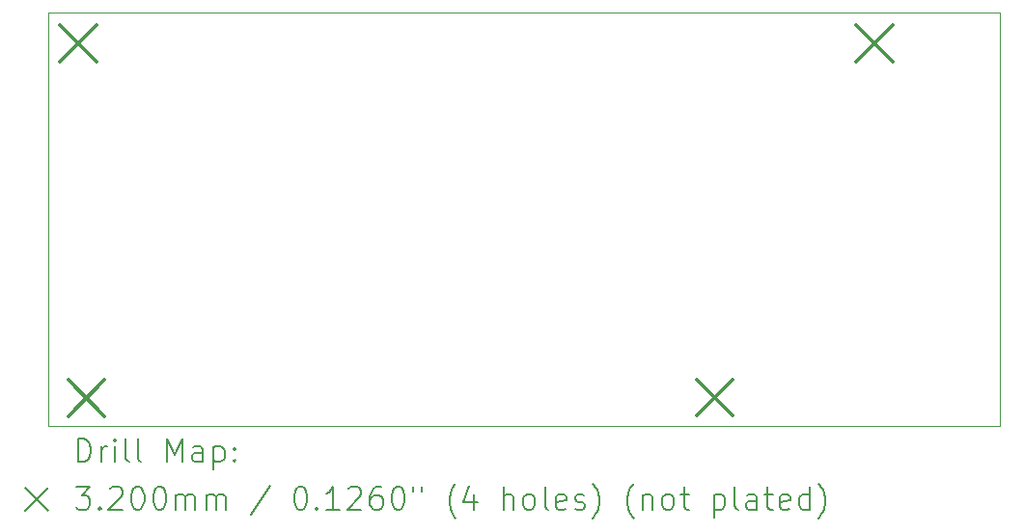
<source format=gbr>
%TF.GenerationSoftware,KiCad,Pcbnew,8.0.4*%
%TF.CreationDate,2025-06-08T15:43:56+10:00*%
%TF.ProjectId,USBPowerBlock,55534250-6f77-4657-9242-6c6f636b2e6b,rev?*%
%TF.SameCoordinates,Original*%
%TF.FileFunction,Drillmap*%
%TF.FilePolarity,Positive*%
%FSLAX45Y45*%
G04 Gerber Fmt 4.5, Leading zero omitted, Abs format (unit mm)*
G04 Created by KiCad (PCBNEW 8.0.4) date 2025-06-08 15:43:56*
%MOMM*%
%LPD*%
G01*
G04 APERTURE LIST*
%ADD10C,0.050000*%
%ADD11C,0.200000*%
%ADD12C,0.320000*%
G04 APERTURE END LIST*
D10*
X10058000Y-6362000D02*
X18403000Y-6362000D01*
X18403000Y-9994000D01*
X10058000Y-9994000D01*
X10058000Y-6362000D01*
D11*
D12*
X10159000Y-6474000D02*
X10479000Y-6794000D01*
X10479000Y-6474000D02*
X10159000Y-6794000D01*
X10229000Y-9588000D02*
X10549000Y-9908000D01*
X10549000Y-9588000D02*
X10229000Y-9908000D01*
X15741000Y-9584000D02*
X16061000Y-9904000D01*
X16061000Y-9584000D02*
X15741000Y-9904000D01*
X17142000Y-6473000D02*
X17462000Y-6793000D01*
X17462000Y-6473000D02*
X17142000Y-6793000D01*
D11*
X10316277Y-10307984D02*
X10316277Y-10107984D01*
X10316277Y-10107984D02*
X10363896Y-10107984D01*
X10363896Y-10107984D02*
X10392467Y-10117508D01*
X10392467Y-10117508D02*
X10411515Y-10136555D01*
X10411515Y-10136555D02*
X10421039Y-10155603D01*
X10421039Y-10155603D02*
X10430563Y-10193698D01*
X10430563Y-10193698D02*
X10430563Y-10222270D01*
X10430563Y-10222270D02*
X10421039Y-10260365D01*
X10421039Y-10260365D02*
X10411515Y-10279412D01*
X10411515Y-10279412D02*
X10392467Y-10298460D01*
X10392467Y-10298460D02*
X10363896Y-10307984D01*
X10363896Y-10307984D02*
X10316277Y-10307984D01*
X10516277Y-10307984D02*
X10516277Y-10174650D01*
X10516277Y-10212746D02*
X10525801Y-10193698D01*
X10525801Y-10193698D02*
X10535324Y-10184174D01*
X10535324Y-10184174D02*
X10554372Y-10174650D01*
X10554372Y-10174650D02*
X10573420Y-10174650D01*
X10640086Y-10307984D02*
X10640086Y-10174650D01*
X10640086Y-10107984D02*
X10630563Y-10117508D01*
X10630563Y-10117508D02*
X10640086Y-10127031D01*
X10640086Y-10127031D02*
X10649610Y-10117508D01*
X10649610Y-10117508D02*
X10640086Y-10107984D01*
X10640086Y-10107984D02*
X10640086Y-10127031D01*
X10763896Y-10307984D02*
X10744848Y-10298460D01*
X10744848Y-10298460D02*
X10735324Y-10279412D01*
X10735324Y-10279412D02*
X10735324Y-10107984D01*
X10868658Y-10307984D02*
X10849610Y-10298460D01*
X10849610Y-10298460D02*
X10840086Y-10279412D01*
X10840086Y-10279412D02*
X10840086Y-10107984D01*
X11097229Y-10307984D02*
X11097229Y-10107984D01*
X11097229Y-10107984D02*
X11163896Y-10250841D01*
X11163896Y-10250841D02*
X11230562Y-10107984D01*
X11230562Y-10107984D02*
X11230562Y-10307984D01*
X11411515Y-10307984D02*
X11411515Y-10203222D01*
X11411515Y-10203222D02*
X11401991Y-10184174D01*
X11401991Y-10184174D02*
X11382943Y-10174650D01*
X11382943Y-10174650D02*
X11344848Y-10174650D01*
X11344848Y-10174650D02*
X11325801Y-10184174D01*
X11411515Y-10298460D02*
X11392467Y-10307984D01*
X11392467Y-10307984D02*
X11344848Y-10307984D01*
X11344848Y-10307984D02*
X11325801Y-10298460D01*
X11325801Y-10298460D02*
X11316277Y-10279412D01*
X11316277Y-10279412D02*
X11316277Y-10260365D01*
X11316277Y-10260365D02*
X11325801Y-10241317D01*
X11325801Y-10241317D02*
X11344848Y-10231793D01*
X11344848Y-10231793D02*
X11392467Y-10231793D01*
X11392467Y-10231793D02*
X11411515Y-10222270D01*
X11506753Y-10174650D02*
X11506753Y-10374650D01*
X11506753Y-10184174D02*
X11525801Y-10174650D01*
X11525801Y-10174650D02*
X11563896Y-10174650D01*
X11563896Y-10174650D02*
X11582943Y-10184174D01*
X11582943Y-10184174D02*
X11592467Y-10193698D01*
X11592467Y-10193698D02*
X11601991Y-10212746D01*
X11601991Y-10212746D02*
X11601991Y-10269889D01*
X11601991Y-10269889D02*
X11592467Y-10288936D01*
X11592467Y-10288936D02*
X11582943Y-10298460D01*
X11582943Y-10298460D02*
X11563896Y-10307984D01*
X11563896Y-10307984D02*
X11525801Y-10307984D01*
X11525801Y-10307984D02*
X11506753Y-10298460D01*
X11687705Y-10288936D02*
X11697229Y-10298460D01*
X11697229Y-10298460D02*
X11687705Y-10307984D01*
X11687705Y-10307984D02*
X11678182Y-10298460D01*
X11678182Y-10298460D02*
X11687705Y-10288936D01*
X11687705Y-10288936D02*
X11687705Y-10307984D01*
X11687705Y-10184174D02*
X11697229Y-10193698D01*
X11697229Y-10193698D02*
X11687705Y-10203222D01*
X11687705Y-10203222D02*
X11678182Y-10193698D01*
X11678182Y-10193698D02*
X11687705Y-10184174D01*
X11687705Y-10184174D02*
X11687705Y-10203222D01*
X9855500Y-10536500D02*
X10055500Y-10736500D01*
X10055500Y-10536500D02*
X9855500Y-10736500D01*
X10297229Y-10527984D02*
X10421039Y-10527984D01*
X10421039Y-10527984D02*
X10354372Y-10604174D01*
X10354372Y-10604174D02*
X10382944Y-10604174D01*
X10382944Y-10604174D02*
X10401991Y-10613698D01*
X10401991Y-10613698D02*
X10411515Y-10623222D01*
X10411515Y-10623222D02*
X10421039Y-10642270D01*
X10421039Y-10642270D02*
X10421039Y-10689889D01*
X10421039Y-10689889D02*
X10411515Y-10708936D01*
X10411515Y-10708936D02*
X10401991Y-10718460D01*
X10401991Y-10718460D02*
X10382944Y-10727984D01*
X10382944Y-10727984D02*
X10325801Y-10727984D01*
X10325801Y-10727984D02*
X10306753Y-10718460D01*
X10306753Y-10718460D02*
X10297229Y-10708936D01*
X10506753Y-10708936D02*
X10516277Y-10718460D01*
X10516277Y-10718460D02*
X10506753Y-10727984D01*
X10506753Y-10727984D02*
X10497229Y-10718460D01*
X10497229Y-10718460D02*
X10506753Y-10708936D01*
X10506753Y-10708936D02*
X10506753Y-10727984D01*
X10592467Y-10547031D02*
X10601991Y-10537508D01*
X10601991Y-10537508D02*
X10621039Y-10527984D01*
X10621039Y-10527984D02*
X10668658Y-10527984D01*
X10668658Y-10527984D02*
X10687705Y-10537508D01*
X10687705Y-10537508D02*
X10697229Y-10547031D01*
X10697229Y-10547031D02*
X10706753Y-10566079D01*
X10706753Y-10566079D02*
X10706753Y-10585127D01*
X10706753Y-10585127D02*
X10697229Y-10613698D01*
X10697229Y-10613698D02*
X10582944Y-10727984D01*
X10582944Y-10727984D02*
X10706753Y-10727984D01*
X10830563Y-10527984D02*
X10849610Y-10527984D01*
X10849610Y-10527984D02*
X10868658Y-10537508D01*
X10868658Y-10537508D02*
X10878182Y-10547031D01*
X10878182Y-10547031D02*
X10887705Y-10566079D01*
X10887705Y-10566079D02*
X10897229Y-10604174D01*
X10897229Y-10604174D02*
X10897229Y-10651793D01*
X10897229Y-10651793D02*
X10887705Y-10689889D01*
X10887705Y-10689889D02*
X10878182Y-10708936D01*
X10878182Y-10708936D02*
X10868658Y-10718460D01*
X10868658Y-10718460D02*
X10849610Y-10727984D01*
X10849610Y-10727984D02*
X10830563Y-10727984D01*
X10830563Y-10727984D02*
X10811515Y-10718460D01*
X10811515Y-10718460D02*
X10801991Y-10708936D01*
X10801991Y-10708936D02*
X10792467Y-10689889D01*
X10792467Y-10689889D02*
X10782944Y-10651793D01*
X10782944Y-10651793D02*
X10782944Y-10604174D01*
X10782944Y-10604174D02*
X10792467Y-10566079D01*
X10792467Y-10566079D02*
X10801991Y-10547031D01*
X10801991Y-10547031D02*
X10811515Y-10537508D01*
X10811515Y-10537508D02*
X10830563Y-10527984D01*
X11021039Y-10527984D02*
X11040086Y-10527984D01*
X11040086Y-10527984D02*
X11059134Y-10537508D01*
X11059134Y-10537508D02*
X11068658Y-10547031D01*
X11068658Y-10547031D02*
X11078182Y-10566079D01*
X11078182Y-10566079D02*
X11087705Y-10604174D01*
X11087705Y-10604174D02*
X11087705Y-10651793D01*
X11087705Y-10651793D02*
X11078182Y-10689889D01*
X11078182Y-10689889D02*
X11068658Y-10708936D01*
X11068658Y-10708936D02*
X11059134Y-10718460D01*
X11059134Y-10718460D02*
X11040086Y-10727984D01*
X11040086Y-10727984D02*
X11021039Y-10727984D01*
X11021039Y-10727984D02*
X11001991Y-10718460D01*
X11001991Y-10718460D02*
X10992467Y-10708936D01*
X10992467Y-10708936D02*
X10982944Y-10689889D01*
X10982944Y-10689889D02*
X10973420Y-10651793D01*
X10973420Y-10651793D02*
X10973420Y-10604174D01*
X10973420Y-10604174D02*
X10982944Y-10566079D01*
X10982944Y-10566079D02*
X10992467Y-10547031D01*
X10992467Y-10547031D02*
X11001991Y-10537508D01*
X11001991Y-10537508D02*
X11021039Y-10527984D01*
X11173420Y-10727984D02*
X11173420Y-10594650D01*
X11173420Y-10613698D02*
X11182944Y-10604174D01*
X11182944Y-10604174D02*
X11201991Y-10594650D01*
X11201991Y-10594650D02*
X11230563Y-10594650D01*
X11230563Y-10594650D02*
X11249610Y-10604174D01*
X11249610Y-10604174D02*
X11259134Y-10623222D01*
X11259134Y-10623222D02*
X11259134Y-10727984D01*
X11259134Y-10623222D02*
X11268658Y-10604174D01*
X11268658Y-10604174D02*
X11287705Y-10594650D01*
X11287705Y-10594650D02*
X11316277Y-10594650D01*
X11316277Y-10594650D02*
X11335324Y-10604174D01*
X11335324Y-10604174D02*
X11344848Y-10623222D01*
X11344848Y-10623222D02*
X11344848Y-10727984D01*
X11440086Y-10727984D02*
X11440086Y-10594650D01*
X11440086Y-10613698D02*
X11449610Y-10604174D01*
X11449610Y-10604174D02*
X11468658Y-10594650D01*
X11468658Y-10594650D02*
X11497229Y-10594650D01*
X11497229Y-10594650D02*
X11516277Y-10604174D01*
X11516277Y-10604174D02*
X11525801Y-10623222D01*
X11525801Y-10623222D02*
X11525801Y-10727984D01*
X11525801Y-10623222D02*
X11535324Y-10604174D01*
X11535324Y-10604174D02*
X11554372Y-10594650D01*
X11554372Y-10594650D02*
X11582943Y-10594650D01*
X11582943Y-10594650D02*
X11601991Y-10604174D01*
X11601991Y-10604174D02*
X11611515Y-10623222D01*
X11611515Y-10623222D02*
X11611515Y-10727984D01*
X12001991Y-10518460D02*
X11830563Y-10775603D01*
X12259134Y-10527984D02*
X12278182Y-10527984D01*
X12278182Y-10527984D02*
X12297229Y-10537508D01*
X12297229Y-10537508D02*
X12306753Y-10547031D01*
X12306753Y-10547031D02*
X12316277Y-10566079D01*
X12316277Y-10566079D02*
X12325801Y-10604174D01*
X12325801Y-10604174D02*
X12325801Y-10651793D01*
X12325801Y-10651793D02*
X12316277Y-10689889D01*
X12316277Y-10689889D02*
X12306753Y-10708936D01*
X12306753Y-10708936D02*
X12297229Y-10718460D01*
X12297229Y-10718460D02*
X12278182Y-10727984D01*
X12278182Y-10727984D02*
X12259134Y-10727984D01*
X12259134Y-10727984D02*
X12240086Y-10718460D01*
X12240086Y-10718460D02*
X12230563Y-10708936D01*
X12230563Y-10708936D02*
X12221039Y-10689889D01*
X12221039Y-10689889D02*
X12211515Y-10651793D01*
X12211515Y-10651793D02*
X12211515Y-10604174D01*
X12211515Y-10604174D02*
X12221039Y-10566079D01*
X12221039Y-10566079D02*
X12230563Y-10547031D01*
X12230563Y-10547031D02*
X12240086Y-10537508D01*
X12240086Y-10537508D02*
X12259134Y-10527984D01*
X12411515Y-10708936D02*
X12421039Y-10718460D01*
X12421039Y-10718460D02*
X12411515Y-10727984D01*
X12411515Y-10727984D02*
X12401991Y-10718460D01*
X12401991Y-10718460D02*
X12411515Y-10708936D01*
X12411515Y-10708936D02*
X12411515Y-10727984D01*
X12611515Y-10727984D02*
X12497229Y-10727984D01*
X12554372Y-10727984D02*
X12554372Y-10527984D01*
X12554372Y-10527984D02*
X12535325Y-10556555D01*
X12535325Y-10556555D02*
X12516277Y-10575603D01*
X12516277Y-10575603D02*
X12497229Y-10585127D01*
X12687706Y-10547031D02*
X12697229Y-10537508D01*
X12697229Y-10537508D02*
X12716277Y-10527984D01*
X12716277Y-10527984D02*
X12763896Y-10527984D01*
X12763896Y-10527984D02*
X12782944Y-10537508D01*
X12782944Y-10537508D02*
X12792467Y-10547031D01*
X12792467Y-10547031D02*
X12801991Y-10566079D01*
X12801991Y-10566079D02*
X12801991Y-10585127D01*
X12801991Y-10585127D02*
X12792467Y-10613698D01*
X12792467Y-10613698D02*
X12678182Y-10727984D01*
X12678182Y-10727984D02*
X12801991Y-10727984D01*
X12973420Y-10527984D02*
X12935325Y-10527984D01*
X12935325Y-10527984D02*
X12916277Y-10537508D01*
X12916277Y-10537508D02*
X12906753Y-10547031D01*
X12906753Y-10547031D02*
X12887706Y-10575603D01*
X12887706Y-10575603D02*
X12878182Y-10613698D01*
X12878182Y-10613698D02*
X12878182Y-10689889D01*
X12878182Y-10689889D02*
X12887706Y-10708936D01*
X12887706Y-10708936D02*
X12897229Y-10718460D01*
X12897229Y-10718460D02*
X12916277Y-10727984D01*
X12916277Y-10727984D02*
X12954372Y-10727984D01*
X12954372Y-10727984D02*
X12973420Y-10718460D01*
X12973420Y-10718460D02*
X12982944Y-10708936D01*
X12982944Y-10708936D02*
X12992467Y-10689889D01*
X12992467Y-10689889D02*
X12992467Y-10642270D01*
X12992467Y-10642270D02*
X12982944Y-10623222D01*
X12982944Y-10623222D02*
X12973420Y-10613698D01*
X12973420Y-10613698D02*
X12954372Y-10604174D01*
X12954372Y-10604174D02*
X12916277Y-10604174D01*
X12916277Y-10604174D02*
X12897229Y-10613698D01*
X12897229Y-10613698D02*
X12887706Y-10623222D01*
X12887706Y-10623222D02*
X12878182Y-10642270D01*
X13116277Y-10527984D02*
X13135325Y-10527984D01*
X13135325Y-10527984D02*
X13154372Y-10537508D01*
X13154372Y-10537508D02*
X13163896Y-10547031D01*
X13163896Y-10547031D02*
X13173420Y-10566079D01*
X13173420Y-10566079D02*
X13182944Y-10604174D01*
X13182944Y-10604174D02*
X13182944Y-10651793D01*
X13182944Y-10651793D02*
X13173420Y-10689889D01*
X13173420Y-10689889D02*
X13163896Y-10708936D01*
X13163896Y-10708936D02*
X13154372Y-10718460D01*
X13154372Y-10718460D02*
X13135325Y-10727984D01*
X13135325Y-10727984D02*
X13116277Y-10727984D01*
X13116277Y-10727984D02*
X13097229Y-10718460D01*
X13097229Y-10718460D02*
X13087706Y-10708936D01*
X13087706Y-10708936D02*
X13078182Y-10689889D01*
X13078182Y-10689889D02*
X13068658Y-10651793D01*
X13068658Y-10651793D02*
X13068658Y-10604174D01*
X13068658Y-10604174D02*
X13078182Y-10566079D01*
X13078182Y-10566079D02*
X13087706Y-10547031D01*
X13087706Y-10547031D02*
X13097229Y-10537508D01*
X13097229Y-10537508D02*
X13116277Y-10527984D01*
X13259134Y-10527984D02*
X13259134Y-10566079D01*
X13335325Y-10527984D02*
X13335325Y-10566079D01*
X13630563Y-10804174D02*
X13621039Y-10794650D01*
X13621039Y-10794650D02*
X13601991Y-10766079D01*
X13601991Y-10766079D02*
X13592468Y-10747031D01*
X13592468Y-10747031D02*
X13582944Y-10718460D01*
X13582944Y-10718460D02*
X13573420Y-10670841D01*
X13573420Y-10670841D02*
X13573420Y-10632746D01*
X13573420Y-10632746D02*
X13582944Y-10585127D01*
X13582944Y-10585127D02*
X13592468Y-10556555D01*
X13592468Y-10556555D02*
X13601991Y-10537508D01*
X13601991Y-10537508D02*
X13621039Y-10508936D01*
X13621039Y-10508936D02*
X13630563Y-10499412D01*
X13792468Y-10594650D02*
X13792468Y-10727984D01*
X13744848Y-10518460D02*
X13697229Y-10661317D01*
X13697229Y-10661317D02*
X13821039Y-10661317D01*
X14049610Y-10727984D02*
X14049610Y-10527984D01*
X14135325Y-10727984D02*
X14135325Y-10623222D01*
X14135325Y-10623222D02*
X14125801Y-10604174D01*
X14125801Y-10604174D02*
X14106753Y-10594650D01*
X14106753Y-10594650D02*
X14078182Y-10594650D01*
X14078182Y-10594650D02*
X14059134Y-10604174D01*
X14059134Y-10604174D02*
X14049610Y-10613698D01*
X14259134Y-10727984D02*
X14240087Y-10718460D01*
X14240087Y-10718460D02*
X14230563Y-10708936D01*
X14230563Y-10708936D02*
X14221039Y-10689889D01*
X14221039Y-10689889D02*
X14221039Y-10632746D01*
X14221039Y-10632746D02*
X14230563Y-10613698D01*
X14230563Y-10613698D02*
X14240087Y-10604174D01*
X14240087Y-10604174D02*
X14259134Y-10594650D01*
X14259134Y-10594650D02*
X14287706Y-10594650D01*
X14287706Y-10594650D02*
X14306753Y-10604174D01*
X14306753Y-10604174D02*
X14316277Y-10613698D01*
X14316277Y-10613698D02*
X14325801Y-10632746D01*
X14325801Y-10632746D02*
X14325801Y-10689889D01*
X14325801Y-10689889D02*
X14316277Y-10708936D01*
X14316277Y-10708936D02*
X14306753Y-10718460D01*
X14306753Y-10718460D02*
X14287706Y-10727984D01*
X14287706Y-10727984D02*
X14259134Y-10727984D01*
X14440087Y-10727984D02*
X14421039Y-10718460D01*
X14421039Y-10718460D02*
X14411515Y-10699412D01*
X14411515Y-10699412D02*
X14411515Y-10527984D01*
X14592468Y-10718460D02*
X14573420Y-10727984D01*
X14573420Y-10727984D02*
X14535325Y-10727984D01*
X14535325Y-10727984D02*
X14516277Y-10718460D01*
X14516277Y-10718460D02*
X14506753Y-10699412D01*
X14506753Y-10699412D02*
X14506753Y-10623222D01*
X14506753Y-10623222D02*
X14516277Y-10604174D01*
X14516277Y-10604174D02*
X14535325Y-10594650D01*
X14535325Y-10594650D02*
X14573420Y-10594650D01*
X14573420Y-10594650D02*
X14592468Y-10604174D01*
X14592468Y-10604174D02*
X14601991Y-10623222D01*
X14601991Y-10623222D02*
X14601991Y-10642270D01*
X14601991Y-10642270D02*
X14506753Y-10661317D01*
X14678182Y-10718460D02*
X14697230Y-10727984D01*
X14697230Y-10727984D02*
X14735325Y-10727984D01*
X14735325Y-10727984D02*
X14754372Y-10718460D01*
X14754372Y-10718460D02*
X14763896Y-10699412D01*
X14763896Y-10699412D02*
X14763896Y-10689889D01*
X14763896Y-10689889D02*
X14754372Y-10670841D01*
X14754372Y-10670841D02*
X14735325Y-10661317D01*
X14735325Y-10661317D02*
X14706753Y-10661317D01*
X14706753Y-10661317D02*
X14687706Y-10651793D01*
X14687706Y-10651793D02*
X14678182Y-10632746D01*
X14678182Y-10632746D02*
X14678182Y-10623222D01*
X14678182Y-10623222D02*
X14687706Y-10604174D01*
X14687706Y-10604174D02*
X14706753Y-10594650D01*
X14706753Y-10594650D02*
X14735325Y-10594650D01*
X14735325Y-10594650D02*
X14754372Y-10604174D01*
X14830563Y-10804174D02*
X14840087Y-10794650D01*
X14840087Y-10794650D02*
X14859134Y-10766079D01*
X14859134Y-10766079D02*
X14868658Y-10747031D01*
X14868658Y-10747031D02*
X14878182Y-10718460D01*
X14878182Y-10718460D02*
X14887706Y-10670841D01*
X14887706Y-10670841D02*
X14887706Y-10632746D01*
X14887706Y-10632746D02*
X14878182Y-10585127D01*
X14878182Y-10585127D02*
X14868658Y-10556555D01*
X14868658Y-10556555D02*
X14859134Y-10537508D01*
X14859134Y-10537508D02*
X14840087Y-10508936D01*
X14840087Y-10508936D02*
X14830563Y-10499412D01*
X15192468Y-10804174D02*
X15182944Y-10794650D01*
X15182944Y-10794650D02*
X15163896Y-10766079D01*
X15163896Y-10766079D02*
X15154372Y-10747031D01*
X15154372Y-10747031D02*
X15144849Y-10718460D01*
X15144849Y-10718460D02*
X15135325Y-10670841D01*
X15135325Y-10670841D02*
X15135325Y-10632746D01*
X15135325Y-10632746D02*
X15144849Y-10585127D01*
X15144849Y-10585127D02*
X15154372Y-10556555D01*
X15154372Y-10556555D02*
X15163896Y-10537508D01*
X15163896Y-10537508D02*
X15182944Y-10508936D01*
X15182944Y-10508936D02*
X15192468Y-10499412D01*
X15268658Y-10594650D02*
X15268658Y-10727984D01*
X15268658Y-10613698D02*
X15278182Y-10604174D01*
X15278182Y-10604174D02*
X15297230Y-10594650D01*
X15297230Y-10594650D02*
X15325801Y-10594650D01*
X15325801Y-10594650D02*
X15344849Y-10604174D01*
X15344849Y-10604174D02*
X15354372Y-10623222D01*
X15354372Y-10623222D02*
X15354372Y-10727984D01*
X15478182Y-10727984D02*
X15459134Y-10718460D01*
X15459134Y-10718460D02*
X15449611Y-10708936D01*
X15449611Y-10708936D02*
X15440087Y-10689889D01*
X15440087Y-10689889D02*
X15440087Y-10632746D01*
X15440087Y-10632746D02*
X15449611Y-10613698D01*
X15449611Y-10613698D02*
X15459134Y-10604174D01*
X15459134Y-10604174D02*
X15478182Y-10594650D01*
X15478182Y-10594650D02*
X15506753Y-10594650D01*
X15506753Y-10594650D02*
X15525801Y-10604174D01*
X15525801Y-10604174D02*
X15535325Y-10613698D01*
X15535325Y-10613698D02*
X15544849Y-10632746D01*
X15544849Y-10632746D02*
X15544849Y-10689889D01*
X15544849Y-10689889D02*
X15535325Y-10708936D01*
X15535325Y-10708936D02*
X15525801Y-10718460D01*
X15525801Y-10718460D02*
X15506753Y-10727984D01*
X15506753Y-10727984D02*
X15478182Y-10727984D01*
X15601992Y-10594650D02*
X15678182Y-10594650D01*
X15630563Y-10527984D02*
X15630563Y-10699412D01*
X15630563Y-10699412D02*
X15640087Y-10718460D01*
X15640087Y-10718460D02*
X15659134Y-10727984D01*
X15659134Y-10727984D02*
X15678182Y-10727984D01*
X15897230Y-10594650D02*
X15897230Y-10794650D01*
X15897230Y-10604174D02*
X15916277Y-10594650D01*
X15916277Y-10594650D02*
X15954373Y-10594650D01*
X15954373Y-10594650D02*
X15973420Y-10604174D01*
X15973420Y-10604174D02*
X15982944Y-10613698D01*
X15982944Y-10613698D02*
X15992468Y-10632746D01*
X15992468Y-10632746D02*
X15992468Y-10689889D01*
X15992468Y-10689889D02*
X15982944Y-10708936D01*
X15982944Y-10708936D02*
X15973420Y-10718460D01*
X15973420Y-10718460D02*
X15954373Y-10727984D01*
X15954373Y-10727984D02*
X15916277Y-10727984D01*
X15916277Y-10727984D02*
X15897230Y-10718460D01*
X16106753Y-10727984D02*
X16087706Y-10718460D01*
X16087706Y-10718460D02*
X16078182Y-10699412D01*
X16078182Y-10699412D02*
X16078182Y-10527984D01*
X16268658Y-10727984D02*
X16268658Y-10623222D01*
X16268658Y-10623222D02*
X16259134Y-10604174D01*
X16259134Y-10604174D02*
X16240087Y-10594650D01*
X16240087Y-10594650D02*
X16201992Y-10594650D01*
X16201992Y-10594650D02*
X16182944Y-10604174D01*
X16268658Y-10718460D02*
X16249611Y-10727984D01*
X16249611Y-10727984D02*
X16201992Y-10727984D01*
X16201992Y-10727984D02*
X16182944Y-10718460D01*
X16182944Y-10718460D02*
X16173420Y-10699412D01*
X16173420Y-10699412D02*
X16173420Y-10680365D01*
X16173420Y-10680365D02*
X16182944Y-10661317D01*
X16182944Y-10661317D02*
X16201992Y-10651793D01*
X16201992Y-10651793D02*
X16249611Y-10651793D01*
X16249611Y-10651793D02*
X16268658Y-10642270D01*
X16335325Y-10594650D02*
X16411515Y-10594650D01*
X16363896Y-10527984D02*
X16363896Y-10699412D01*
X16363896Y-10699412D02*
X16373420Y-10718460D01*
X16373420Y-10718460D02*
X16392468Y-10727984D01*
X16392468Y-10727984D02*
X16411515Y-10727984D01*
X16554373Y-10718460D02*
X16535325Y-10727984D01*
X16535325Y-10727984D02*
X16497230Y-10727984D01*
X16497230Y-10727984D02*
X16478182Y-10718460D01*
X16478182Y-10718460D02*
X16468658Y-10699412D01*
X16468658Y-10699412D02*
X16468658Y-10623222D01*
X16468658Y-10623222D02*
X16478182Y-10604174D01*
X16478182Y-10604174D02*
X16497230Y-10594650D01*
X16497230Y-10594650D02*
X16535325Y-10594650D01*
X16535325Y-10594650D02*
X16554373Y-10604174D01*
X16554373Y-10604174D02*
X16563896Y-10623222D01*
X16563896Y-10623222D02*
X16563896Y-10642270D01*
X16563896Y-10642270D02*
X16468658Y-10661317D01*
X16735325Y-10727984D02*
X16735325Y-10527984D01*
X16735325Y-10718460D02*
X16716277Y-10727984D01*
X16716277Y-10727984D02*
X16678182Y-10727984D01*
X16678182Y-10727984D02*
X16659134Y-10718460D01*
X16659134Y-10718460D02*
X16649611Y-10708936D01*
X16649611Y-10708936D02*
X16640087Y-10689889D01*
X16640087Y-10689889D02*
X16640087Y-10632746D01*
X16640087Y-10632746D02*
X16649611Y-10613698D01*
X16649611Y-10613698D02*
X16659134Y-10604174D01*
X16659134Y-10604174D02*
X16678182Y-10594650D01*
X16678182Y-10594650D02*
X16716277Y-10594650D01*
X16716277Y-10594650D02*
X16735325Y-10604174D01*
X16811516Y-10804174D02*
X16821039Y-10794650D01*
X16821039Y-10794650D02*
X16840087Y-10766079D01*
X16840087Y-10766079D02*
X16849611Y-10747031D01*
X16849611Y-10747031D02*
X16859135Y-10718460D01*
X16859135Y-10718460D02*
X16868658Y-10670841D01*
X16868658Y-10670841D02*
X16868658Y-10632746D01*
X16868658Y-10632746D02*
X16859135Y-10585127D01*
X16859135Y-10585127D02*
X16849611Y-10556555D01*
X16849611Y-10556555D02*
X16840087Y-10537508D01*
X16840087Y-10537508D02*
X16821039Y-10508936D01*
X16821039Y-10508936D02*
X16811516Y-10499412D01*
M02*

</source>
